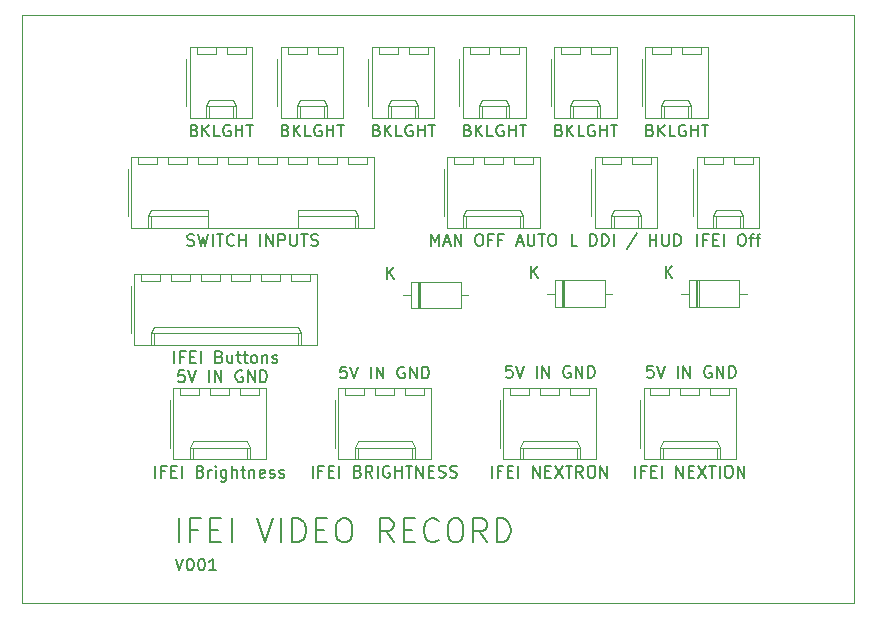
<source format=gbr>
G04 #@! TF.GenerationSoftware,KiCad,Pcbnew,(5.1.5-0-10_14)*
G04 #@! TF.CreationDate,2021-10-24T14:08:41+10:00*
G04 #@! TF.ProjectId,Vid Record and IFEI,56696420-5265-4636-9f72-6420616e6420,rev?*
G04 #@! TF.SameCoordinates,Original*
G04 #@! TF.FileFunction,Legend,Top*
G04 #@! TF.FilePolarity,Positive*
%FSLAX46Y46*%
G04 Gerber Fmt 4.6, Leading zero omitted, Abs format (unit mm)*
G04 Created by KiCad (PCBNEW (5.1.5-0-10_14)) date 2021-10-24 14:08:41*
%MOMM*%
%LPD*%
G04 APERTURE LIST*
%ADD10C,0.150000*%
%ADD11C,0.120000*%
G04 APERTURE END LIST*
D10*
X156337404Y-100988880D02*
X155861214Y-100988880D01*
X155813595Y-101465071D01*
X155861214Y-101417452D01*
X155956452Y-101369833D01*
X156194547Y-101369833D01*
X156289785Y-101417452D01*
X156337404Y-101465071D01*
X156385023Y-101560309D01*
X156385023Y-101798404D01*
X156337404Y-101893642D01*
X156289785Y-101941261D01*
X156194547Y-101988880D01*
X155956452Y-101988880D01*
X155861214Y-101941261D01*
X155813595Y-101893642D01*
X156670738Y-100988880D02*
X157004071Y-101988880D01*
X157337404Y-100988880D01*
X158432642Y-101988880D02*
X158432642Y-100988880D01*
X158908833Y-101988880D02*
X158908833Y-100988880D01*
X159480261Y-101988880D01*
X159480261Y-100988880D01*
X161242166Y-101036500D02*
X161146928Y-100988880D01*
X161004071Y-100988880D01*
X160861214Y-101036500D01*
X160765976Y-101131738D01*
X160718357Y-101226976D01*
X160670738Y-101417452D01*
X160670738Y-101560309D01*
X160718357Y-101750785D01*
X160765976Y-101846023D01*
X160861214Y-101941261D01*
X161004071Y-101988880D01*
X161099309Y-101988880D01*
X161242166Y-101941261D01*
X161289785Y-101893642D01*
X161289785Y-101560309D01*
X161099309Y-101560309D01*
X161718357Y-101988880D02*
X161718357Y-100988880D01*
X162289785Y-101988880D01*
X162289785Y-100988880D01*
X162765976Y-101988880D02*
X162765976Y-100988880D01*
X163004071Y-100988880D01*
X163146928Y-101036500D01*
X163242166Y-101131738D01*
X163289785Y-101226976D01*
X163337404Y-101417452D01*
X163337404Y-101560309D01*
X163289785Y-101750785D01*
X163242166Y-101846023D01*
X163146928Y-101941261D01*
X163004071Y-101988880D01*
X162765976Y-101988880D01*
X142621404Y-101306380D02*
X142145214Y-101306380D01*
X142097595Y-101782571D01*
X142145214Y-101734952D01*
X142240452Y-101687333D01*
X142478547Y-101687333D01*
X142573785Y-101734952D01*
X142621404Y-101782571D01*
X142669023Y-101877809D01*
X142669023Y-102115904D01*
X142621404Y-102211142D01*
X142573785Y-102258761D01*
X142478547Y-102306380D01*
X142240452Y-102306380D01*
X142145214Y-102258761D01*
X142097595Y-102211142D01*
X142954738Y-101306380D02*
X143288071Y-102306380D01*
X143621404Y-101306380D01*
X144716642Y-102306380D02*
X144716642Y-101306380D01*
X145192833Y-102306380D02*
X145192833Y-101306380D01*
X145764261Y-102306380D01*
X145764261Y-101306380D01*
X147526166Y-101354000D02*
X147430928Y-101306380D01*
X147288071Y-101306380D01*
X147145214Y-101354000D01*
X147049976Y-101449238D01*
X147002357Y-101544476D01*
X146954738Y-101734952D01*
X146954738Y-101877809D01*
X147002357Y-102068285D01*
X147049976Y-102163523D01*
X147145214Y-102258761D01*
X147288071Y-102306380D01*
X147383309Y-102306380D01*
X147526166Y-102258761D01*
X147573785Y-102211142D01*
X147573785Y-101877809D01*
X147383309Y-101877809D01*
X148002357Y-102306380D02*
X148002357Y-101306380D01*
X148573785Y-102306380D01*
X148573785Y-101306380D01*
X149049976Y-102306380D02*
X149049976Y-101306380D01*
X149288071Y-101306380D01*
X149430928Y-101354000D01*
X149526166Y-101449238D01*
X149573785Y-101544476D01*
X149621404Y-101734952D01*
X149621404Y-101877809D01*
X149573785Y-102068285D01*
X149526166Y-102163523D01*
X149430928Y-102258761D01*
X149288071Y-102306380D01*
X149049976Y-102306380D01*
X182308904Y-100925380D02*
X181832714Y-100925380D01*
X181785095Y-101401571D01*
X181832714Y-101353952D01*
X181927952Y-101306333D01*
X182166047Y-101306333D01*
X182261285Y-101353952D01*
X182308904Y-101401571D01*
X182356523Y-101496809D01*
X182356523Y-101734904D01*
X182308904Y-101830142D01*
X182261285Y-101877761D01*
X182166047Y-101925380D01*
X181927952Y-101925380D01*
X181832714Y-101877761D01*
X181785095Y-101830142D01*
X182642238Y-100925380D02*
X182975571Y-101925380D01*
X183308904Y-100925380D01*
X184404142Y-101925380D02*
X184404142Y-100925380D01*
X184880333Y-101925380D02*
X184880333Y-100925380D01*
X185451761Y-101925380D01*
X185451761Y-100925380D01*
X187213666Y-100973000D02*
X187118428Y-100925380D01*
X186975571Y-100925380D01*
X186832714Y-100973000D01*
X186737476Y-101068238D01*
X186689857Y-101163476D01*
X186642238Y-101353952D01*
X186642238Y-101496809D01*
X186689857Y-101687285D01*
X186737476Y-101782523D01*
X186832714Y-101877761D01*
X186975571Y-101925380D01*
X187070809Y-101925380D01*
X187213666Y-101877761D01*
X187261285Y-101830142D01*
X187261285Y-101496809D01*
X187070809Y-101496809D01*
X187689857Y-101925380D02*
X187689857Y-100925380D01*
X188261285Y-101925380D01*
X188261285Y-100925380D01*
X188737476Y-101925380D02*
X188737476Y-100925380D01*
X188975571Y-100925380D01*
X189118428Y-100973000D01*
X189213666Y-101068238D01*
X189261285Y-101163476D01*
X189308904Y-101353952D01*
X189308904Y-101496809D01*
X189261285Y-101687285D01*
X189213666Y-101782523D01*
X189118428Y-101877761D01*
X188975571Y-101925380D01*
X188737476Y-101925380D01*
X170370904Y-100925380D02*
X169894714Y-100925380D01*
X169847095Y-101401571D01*
X169894714Y-101353952D01*
X169989952Y-101306333D01*
X170228047Y-101306333D01*
X170323285Y-101353952D01*
X170370904Y-101401571D01*
X170418523Y-101496809D01*
X170418523Y-101734904D01*
X170370904Y-101830142D01*
X170323285Y-101877761D01*
X170228047Y-101925380D01*
X169989952Y-101925380D01*
X169894714Y-101877761D01*
X169847095Y-101830142D01*
X170704238Y-100925380D02*
X171037571Y-101925380D01*
X171370904Y-100925380D01*
X172466142Y-101925380D02*
X172466142Y-100925380D01*
X172942333Y-101925380D02*
X172942333Y-100925380D01*
X173513761Y-101925380D01*
X173513761Y-100925380D01*
X175275666Y-100973000D02*
X175180428Y-100925380D01*
X175037571Y-100925380D01*
X174894714Y-100973000D01*
X174799476Y-101068238D01*
X174751857Y-101163476D01*
X174704238Y-101353952D01*
X174704238Y-101496809D01*
X174751857Y-101687285D01*
X174799476Y-101782523D01*
X174894714Y-101877761D01*
X175037571Y-101925380D01*
X175132809Y-101925380D01*
X175275666Y-101877761D01*
X175323285Y-101830142D01*
X175323285Y-101496809D01*
X175132809Y-101496809D01*
X175751857Y-101925380D02*
X175751857Y-100925380D01*
X176323285Y-101925380D01*
X176323285Y-100925380D01*
X176799476Y-101925380D02*
X176799476Y-100925380D01*
X177037571Y-100925380D01*
X177180428Y-100973000D01*
X177275666Y-101068238D01*
X177323285Y-101163476D01*
X177370904Y-101353952D01*
X177370904Y-101496809D01*
X177323285Y-101687285D01*
X177275666Y-101782523D01*
X177180428Y-101877761D01*
X177037571Y-101925380D01*
X176799476Y-101925380D01*
X141875095Y-117244880D02*
X142208428Y-118244880D01*
X142541761Y-117244880D01*
X143065571Y-117244880D02*
X143160809Y-117244880D01*
X143256047Y-117292500D01*
X143303666Y-117340119D01*
X143351285Y-117435357D01*
X143398904Y-117625833D01*
X143398904Y-117863928D01*
X143351285Y-118054404D01*
X143303666Y-118149642D01*
X143256047Y-118197261D01*
X143160809Y-118244880D01*
X143065571Y-118244880D01*
X142970333Y-118197261D01*
X142922714Y-118149642D01*
X142875095Y-118054404D01*
X142827476Y-117863928D01*
X142827476Y-117625833D01*
X142875095Y-117435357D01*
X142922714Y-117340119D01*
X142970333Y-117292500D01*
X143065571Y-117244880D01*
X144017952Y-117244880D02*
X144113190Y-117244880D01*
X144208428Y-117292500D01*
X144256047Y-117340119D01*
X144303666Y-117435357D01*
X144351285Y-117625833D01*
X144351285Y-117863928D01*
X144303666Y-118054404D01*
X144256047Y-118149642D01*
X144208428Y-118197261D01*
X144113190Y-118244880D01*
X144017952Y-118244880D01*
X143922714Y-118197261D01*
X143875095Y-118149642D01*
X143827476Y-118054404D01*
X143779857Y-117863928D01*
X143779857Y-117625833D01*
X143827476Y-117435357D01*
X143875095Y-117340119D01*
X143922714Y-117292500D01*
X144017952Y-117244880D01*
X145303666Y-118244880D02*
X144732238Y-118244880D01*
X145017952Y-118244880D02*
X145017952Y-117244880D01*
X144922714Y-117387738D01*
X144827476Y-117482976D01*
X144732238Y-117530595D01*
X142146500Y-115839761D02*
X142146500Y-113839761D01*
X143765547Y-114792142D02*
X143098880Y-114792142D01*
X143098880Y-115839761D02*
X143098880Y-113839761D01*
X144051261Y-113839761D01*
X144813166Y-114792142D02*
X145479833Y-114792142D01*
X145765547Y-115839761D02*
X144813166Y-115839761D01*
X144813166Y-113839761D01*
X145765547Y-113839761D01*
X146622690Y-115839761D02*
X146622690Y-113839761D01*
X148813166Y-113839761D02*
X149479833Y-115839761D01*
X150146500Y-113839761D01*
X150813166Y-115839761D02*
X150813166Y-113839761D01*
X151765547Y-115839761D02*
X151765547Y-113839761D01*
X152241738Y-113839761D01*
X152527452Y-113935000D01*
X152717928Y-114125476D01*
X152813166Y-114315952D01*
X152908404Y-114696904D01*
X152908404Y-114982619D01*
X152813166Y-115363571D01*
X152717928Y-115554047D01*
X152527452Y-115744523D01*
X152241738Y-115839761D01*
X151765547Y-115839761D01*
X153765547Y-114792142D02*
X154432214Y-114792142D01*
X154717928Y-115839761D02*
X153765547Y-115839761D01*
X153765547Y-113839761D01*
X154717928Y-113839761D01*
X155956023Y-113839761D02*
X156336976Y-113839761D01*
X156527452Y-113935000D01*
X156717928Y-114125476D01*
X156813166Y-114506428D01*
X156813166Y-115173095D01*
X156717928Y-115554047D01*
X156527452Y-115744523D01*
X156336976Y-115839761D01*
X155956023Y-115839761D01*
X155765547Y-115744523D01*
X155575071Y-115554047D01*
X155479833Y-115173095D01*
X155479833Y-114506428D01*
X155575071Y-114125476D01*
X155765547Y-113935000D01*
X155956023Y-113839761D01*
X160336976Y-115839761D02*
X159670309Y-114887380D01*
X159194119Y-115839761D02*
X159194119Y-113839761D01*
X159956023Y-113839761D01*
X160146500Y-113935000D01*
X160241738Y-114030238D01*
X160336976Y-114220714D01*
X160336976Y-114506428D01*
X160241738Y-114696904D01*
X160146500Y-114792142D01*
X159956023Y-114887380D01*
X159194119Y-114887380D01*
X161194119Y-114792142D02*
X161860785Y-114792142D01*
X162146500Y-115839761D02*
X161194119Y-115839761D01*
X161194119Y-113839761D01*
X162146500Y-113839761D01*
X164146500Y-115649285D02*
X164051261Y-115744523D01*
X163765547Y-115839761D01*
X163575071Y-115839761D01*
X163289357Y-115744523D01*
X163098880Y-115554047D01*
X163003642Y-115363571D01*
X162908404Y-114982619D01*
X162908404Y-114696904D01*
X163003642Y-114315952D01*
X163098880Y-114125476D01*
X163289357Y-113935000D01*
X163575071Y-113839761D01*
X163765547Y-113839761D01*
X164051261Y-113935000D01*
X164146500Y-114030238D01*
X165384595Y-113839761D02*
X165765547Y-113839761D01*
X165956023Y-113935000D01*
X166146500Y-114125476D01*
X166241738Y-114506428D01*
X166241738Y-115173095D01*
X166146500Y-115554047D01*
X165956023Y-115744523D01*
X165765547Y-115839761D01*
X165384595Y-115839761D01*
X165194119Y-115744523D01*
X165003642Y-115554047D01*
X164908404Y-115173095D01*
X164908404Y-114506428D01*
X165003642Y-114125476D01*
X165194119Y-113935000D01*
X165384595Y-113839761D01*
X168241738Y-115839761D02*
X167575071Y-114887380D01*
X167098880Y-115839761D02*
X167098880Y-113839761D01*
X167860785Y-113839761D01*
X168051261Y-113935000D01*
X168146500Y-114030238D01*
X168241738Y-114220714D01*
X168241738Y-114506428D01*
X168146500Y-114696904D01*
X168051261Y-114792142D01*
X167860785Y-114887380D01*
X167098880Y-114887380D01*
X169098880Y-115839761D02*
X169098880Y-113839761D01*
X169575071Y-113839761D01*
X169860785Y-113935000D01*
X170051261Y-114125476D01*
X170146500Y-114315952D01*
X170241738Y-114696904D01*
X170241738Y-114982619D01*
X170146500Y-115363571D01*
X170051261Y-115554047D01*
X169860785Y-115744523D01*
X169575071Y-115839761D01*
X169098880Y-115839761D01*
D11*
X199326500Y-71247000D02*
X199326500Y-120967500D01*
X128841500Y-120967500D02*
X199326500Y-120967500D01*
X128841500Y-71247000D02*
X128841500Y-120967500D01*
X199326500Y-71247000D02*
X128841500Y-71247000D01*
X172123000Y-83803000D02*
X172123000Y-83203000D01*
X170523000Y-83803000D02*
X172123000Y-83803000D01*
X170523000Y-83203000D02*
X170523000Y-83803000D01*
X169583000Y-83803000D02*
X169583000Y-83203000D01*
X167983000Y-83803000D02*
X169583000Y-83803000D01*
X167983000Y-83203000D02*
X167983000Y-83803000D01*
X167043000Y-83803000D02*
X167043000Y-83203000D01*
X165443000Y-83803000D02*
X167043000Y-83803000D01*
X165443000Y-83203000D02*
X165443000Y-83803000D01*
X171073000Y-89223000D02*
X171073000Y-88223000D01*
X166493000Y-89223000D02*
X166493000Y-88223000D01*
X171073000Y-87693000D02*
X171323000Y-88223000D01*
X166493000Y-87693000D02*
X171073000Y-87693000D01*
X166243000Y-88223000D02*
X166493000Y-87693000D01*
X171323000Y-88223000D02*
X171323000Y-89223000D01*
X166243000Y-88223000D02*
X171323000Y-88223000D01*
X166243000Y-89223000D02*
X166243000Y-88223000D01*
X164573000Y-84233000D02*
X164573000Y-88233000D01*
X172703000Y-83203000D02*
X164863000Y-83203000D01*
X172703000Y-89223000D02*
X172703000Y-83203000D01*
X164863000Y-89223000D02*
X172703000Y-89223000D01*
X164863000Y-83203000D02*
X164863000Y-89223000D01*
X182092000Y-83803000D02*
X182092000Y-83203000D01*
X180492000Y-83803000D02*
X182092000Y-83803000D01*
X180492000Y-83203000D02*
X180492000Y-83803000D01*
X179552000Y-83803000D02*
X179552000Y-83203000D01*
X177952000Y-83803000D02*
X179552000Y-83803000D01*
X177952000Y-83203000D02*
X177952000Y-83803000D01*
X181042000Y-89223000D02*
X181042000Y-88223000D01*
X179002000Y-89223000D02*
X179002000Y-88223000D01*
X181042000Y-87693000D02*
X181292000Y-88223000D01*
X179002000Y-87693000D02*
X181042000Y-87693000D01*
X178752000Y-88223000D02*
X179002000Y-87693000D01*
X181292000Y-88223000D02*
X181292000Y-89223000D01*
X178752000Y-88223000D02*
X181292000Y-88223000D01*
X178752000Y-89223000D02*
X178752000Y-88223000D01*
X177082000Y-84233000D02*
X177082000Y-88233000D01*
X182672000Y-83203000D02*
X177372000Y-83203000D01*
X182672000Y-89223000D02*
X182672000Y-83203000D01*
X177372000Y-89223000D02*
X182672000Y-89223000D01*
X177372000Y-83203000D02*
X177372000Y-89223000D01*
X190728000Y-83803000D02*
X190728000Y-83203000D01*
X189128000Y-83803000D02*
X190728000Y-83803000D01*
X189128000Y-83203000D02*
X189128000Y-83803000D01*
X188188000Y-83803000D02*
X188188000Y-83203000D01*
X186588000Y-83803000D02*
X188188000Y-83803000D01*
X186588000Y-83203000D02*
X186588000Y-83803000D01*
X189678000Y-89223000D02*
X189678000Y-88223000D01*
X187638000Y-89223000D02*
X187638000Y-88223000D01*
X189678000Y-87693000D02*
X189928000Y-88223000D01*
X187638000Y-87693000D02*
X189678000Y-87693000D01*
X187388000Y-88223000D02*
X187638000Y-87693000D01*
X189928000Y-88223000D02*
X189928000Y-89223000D01*
X187388000Y-88223000D02*
X189928000Y-88223000D01*
X187388000Y-89223000D02*
X187388000Y-88223000D01*
X185718000Y-84233000D02*
X185718000Y-88233000D01*
X191308000Y-83203000D02*
X186008000Y-83203000D01*
X191308000Y-89223000D02*
X191308000Y-83203000D01*
X186008000Y-89223000D02*
X191308000Y-89223000D01*
X186008000Y-83203000D02*
X186008000Y-89223000D01*
X148946000Y-103424000D02*
X148946000Y-102824000D01*
X147346000Y-103424000D02*
X148946000Y-103424000D01*
X147346000Y-102824000D02*
X147346000Y-103424000D01*
X146406000Y-103424000D02*
X146406000Y-102824000D01*
X144806000Y-103424000D02*
X146406000Y-103424000D01*
X144806000Y-102824000D02*
X144806000Y-103424000D01*
X143866000Y-103424000D02*
X143866000Y-102824000D01*
X142266000Y-103424000D02*
X143866000Y-103424000D01*
X142266000Y-102824000D02*
X142266000Y-103424000D01*
X147896000Y-108844000D02*
X147896000Y-107844000D01*
X143316000Y-108844000D02*
X143316000Y-107844000D01*
X147896000Y-107314000D02*
X148146000Y-107844000D01*
X143316000Y-107314000D02*
X147896000Y-107314000D01*
X143066000Y-107844000D02*
X143316000Y-107314000D01*
X148146000Y-107844000D02*
X148146000Y-108844000D01*
X143066000Y-107844000D02*
X148146000Y-107844000D01*
X143066000Y-108844000D02*
X143066000Y-107844000D01*
X141396000Y-103854000D02*
X141396000Y-107854000D01*
X149526000Y-102824000D02*
X141686000Y-102824000D01*
X149526000Y-108844000D02*
X149526000Y-102824000D01*
X141686000Y-108844000D02*
X149526000Y-108844000D01*
X141686000Y-102824000D02*
X141686000Y-108844000D01*
X176886000Y-103424000D02*
X176886000Y-102824000D01*
X175286000Y-103424000D02*
X176886000Y-103424000D01*
X175286000Y-102824000D02*
X175286000Y-103424000D01*
X174346000Y-103424000D02*
X174346000Y-102824000D01*
X172746000Y-103424000D02*
X174346000Y-103424000D01*
X172746000Y-102824000D02*
X172746000Y-103424000D01*
X171806000Y-103424000D02*
X171806000Y-102824000D01*
X170206000Y-103424000D02*
X171806000Y-103424000D01*
X170206000Y-102824000D02*
X170206000Y-103424000D01*
X175836000Y-108844000D02*
X175836000Y-107844000D01*
X171256000Y-108844000D02*
X171256000Y-107844000D01*
X175836000Y-107314000D02*
X176086000Y-107844000D01*
X171256000Y-107314000D02*
X175836000Y-107314000D01*
X171006000Y-107844000D02*
X171256000Y-107314000D01*
X176086000Y-107844000D02*
X176086000Y-108844000D01*
X171006000Y-107844000D02*
X176086000Y-107844000D01*
X171006000Y-108844000D02*
X171006000Y-107844000D01*
X169336000Y-103854000D02*
X169336000Y-107854000D01*
X177466000Y-102824000D02*
X169626000Y-102824000D01*
X177466000Y-108844000D02*
X177466000Y-102824000D01*
X169626000Y-108844000D02*
X177466000Y-108844000D01*
X169626000Y-102824000D02*
X169626000Y-108844000D01*
X186347000Y-74532000D02*
X186347000Y-73932000D01*
X184747000Y-74532000D02*
X186347000Y-74532000D01*
X184747000Y-73932000D02*
X184747000Y-74532000D01*
X183807000Y-74532000D02*
X183807000Y-73932000D01*
X182207000Y-74532000D02*
X183807000Y-74532000D01*
X182207000Y-73932000D02*
X182207000Y-74532000D01*
X185297000Y-79952000D02*
X185297000Y-78952000D01*
X183257000Y-79952000D02*
X183257000Y-78952000D01*
X185297000Y-78422000D02*
X185547000Y-78952000D01*
X183257000Y-78422000D02*
X185297000Y-78422000D01*
X183007000Y-78952000D02*
X183257000Y-78422000D01*
X185547000Y-78952000D02*
X185547000Y-79952000D01*
X183007000Y-78952000D02*
X185547000Y-78952000D01*
X183007000Y-79952000D02*
X183007000Y-78952000D01*
X181337000Y-74962000D02*
X181337000Y-78962000D01*
X186927000Y-73932000D02*
X181627000Y-73932000D01*
X186927000Y-79952000D02*
X186927000Y-73932000D01*
X181627000Y-79952000D02*
X186927000Y-79952000D01*
X181627000Y-73932000D02*
X181627000Y-79952000D01*
X178638000Y-74532000D02*
X178638000Y-73932000D01*
X177038000Y-74532000D02*
X178638000Y-74532000D01*
X177038000Y-73932000D02*
X177038000Y-74532000D01*
X176098000Y-74532000D02*
X176098000Y-73932000D01*
X174498000Y-74532000D02*
X176098000Y-74532000D01*
X174498000Y-73932000D02*
X174498000Y-74532000D01*
X177588000Y-79952000D02*
X177588000Y-78952000D01*
X175548000Y-79952000D02*
X175548000Y-78952000D01*
X177588000Y-78422000D02*
X177838000Y-78952000D01*
X175548000Y-78422000D02*
X177588000Y-78422000D01*
X175298000Y-78952000D02*
X175548000Y-78422000D01*
X177838000Y-78952000D02*
X177838000Y-79952000D01*
X175298000Y-78952000D02*
X177838000Y-78952000D01*
X175298000Y-79952000D02*
X175298000Y-78952000D01*
X173628000Y-74962000D02*
X173628000Y-78962000D01*
X179218000Y-73932000D02*
X173918000Y-73932000D01*
X179218000Y-79952000D02*
X179218000Y-73932000D01*
X173918000Y-79952000D02*
X179218000Y-79952000D01*
X173918000Y-73932000D02*
X173918000Y-79952000D01*
X163220000Y-74532000D02*
X163220000Y-73932000D01*
X161620000Y-74532000D02*
X163220000Y-74532000D01*
X161620000Y-73932000D02*
X161620000Y-74532000D01*
X160680000Y-74532000D02*
X160680000Y-73932000D01*
X159080000Y-74532000D02*
X160680000Y-74532000D01*
X159080000Y-73932000D02*
X159080000Y-74532000D01*
X162170000Y-79952000D02*
X162170000Y-78952000D01*
X160130000Y-79952000D02*
X160130000Y-78952000D01*
X162170000Y-78422000D02*
X162420000Y-78952000D01*
X160130000Y-78422000D02*
X162170000Y-78422000D01*
X159880000Y-78952000D02*
X160130000Y-78422000D01*
X162420000Y-78952000D02*
X162420000Y-79952000D01*
X159880000Y-78952000D02*
X162420000Y-78952000D01*
X159880000Y-79952000D02*
X159880000Y-78952000D01*
X158210000Y-74962000D02*
X158210000Y-78962000D01*
X163800000Y-73932000D02*
X158500000Y-73932000D01*
X163800000Y-79952000D02*
X163800000Y-73932000D01*
X158500000Y-79952000D02*
X163800000Y-79952000D01*
X158500000Y-73932000D02*
X158500000Y-79952000D01*
X170929000Y-74532000D02*
X170929000Y-73932000D01*
X169329000Y-74532000D02*
X170929000Y-74532000D01*
X169329000Y-73932000D02*
X169329000Y-74532000D01*
X168389000Y-74532000D02*
X168389000Y-73932000D01*
X166789000Y-74532000D02*
X168389000Y-74532000D01*
X166789000Y-73932000D02*
X166789000Y-74532000D01*
X169879000Y-79952000D02*
X169879000Y-78952000D01*
X167839000Y-79952000D02*
X167839000Y-78952000D01*
X169879000Y-78422000D02*
X170129000Y-78952000D01*
X167839000Y-78422000D02*
X169879000Y-78422000D01*
X167589000Y-78952000D02*
X167839000Y-78422000D01*
X170129000Y-78952000D02*
X170129000Y-79952000D01*
X167589000Y-78952000D02*
X170129000Y-78952000D01*
X167589000Y-79952000D02*
X167589000Y-78952000D01*
X165919000Y-74962000D02*
X165919000Y-78962000D01*
X171509000Y-73932000D02*
X166209000Y-73932000D01*
X171509000Y-79952000D02*
X171509000Y-73932000D01*
X166209000Y-79952000D02*
X171509000Y-79952000D01*
X166209000Y-73932000D02*
X166209000Y-79952000D01*
X147802000Y-74532000D02*
X147802000Y-73932000D01*
X146202000Y-74532000D02*
X147802000Y-74532000D01*
X146202000Y-73932000D02*
X146202000Y-74532000D01*
X145262000Y-74532000D02*
X145262000Y-73932000D01*
X143662000Y-74532000D02*
X145262000Y-74532000D01*
X143662000Y-73932000D02*
X143662000Y-74532000D01*
X146752000Y-79952000D02*
X146752000Y-78952000D01*
X144712000Y-79952000D02*
X144712000Y-78952000D01*
X146752000Y-78422000D02*
X147002000Y-78952000D01*
X144712000Y-78422000D02*
X146752000Y-78422000D01*
X144462000Y-78952000D02*
X144712000Y-78422000D01*
X147002000Y-78952000D02*
X147002000Y-79952000D01*
X144462000Y-78952000D02*
X147002000Y-78952000D01*
X144462000Y-79952000D02*
X144462000Y-78952000D01*
X142792000Y-74962000D02*
X142792000Y-78962000D01*
X148382000Y-73932000D02*
X143082000Y-73932000D01*
X148382000Y-79952000D02*
X148382000Y-73932000D01*
X143082000Y-79952000D02*
X148382000Y-79952000D01*
X143082000Y-73932000D02*
X143082000Y-79952000D01*
X155511000Y-74532000D02*
X155511000Y-73932000D01*
X153911000Y-74532000D02*
X155511000Y-74532000D01*
X153911000Y-73932000D02*
X153911000Y-74532000D01*
X152971000Y-74532000D02*
X152971000Y-73932000D01*
X151371000Y-74532000D02*
X152971000Y-74532000D01*
X151371000Y-73932000D02*
X151371000Y-74532000D01*
X154461000Y-79952000D02*
X154461000Y-78952000D01*
X152421000Y-79952000D02*
X152421000Y-78952000D01*
X154461000Y-78422000D02*
X154711000Y-78952000D01*
X152421000Y-78422000D02*
X154461000Y-78422000D01*
X152171000Y-78952000D02*
X152421000Y-78422000D01*
X154711000Y-78952000D02*
X154711000Y-79952000D01*
X152171000Y-78952000D02*
X154711000Y-78952000D01*
X152171000Y-79952000D02*
X152171000Y-78952000D01*
X150501000Y-74962000D02*
X150501000Y-78962000D01*
X156091000Y-73932000D02*
X150791000Y-73932000D01*
X156091000Y-79952000D02*
X156091000Y-73932000D01*
X150791000Y-79952000D02*
X156091000Y-79952000D01*
X150791000Y-73932000D02*
X150791000Y-79952000D01*
X158090000Y-83803000D02*
X158090000Y-83203000D01*
X156490000Y-83803000D02*
X158090000Y-83803000D01*
X156490000Y-83203000D02*
X156490000Y-83803000D01*
X155550000Y-83803000D02*
X155550000Y-83203000D01*
X153950000Y-83803000D02*
X155550000Y-83803000D01*
X153950000Y-83203000D02*
X153950000Y-83803000D01*
X153010000Y-83803000D02*
X153010000Y-83203000D01*
X151410000Y-83803000D02*
X153010000Y-83803000D01*
X151410000Y-83203000D02*
X151410000Y-83803000D01*
X150470000Y-83803000D02*
X150470000Y-83203000D01*
X148870000Y-83803000D02*
X150470000Y-83803000D01*
X148870000Y-83203000D02*
X148870000Y-83803000D01*
X147930000Y-83803000D02*
X147930000Y-83203000D01*
X146330000Y-83803000D02*
X147930000Y-83803000D01*
X146330000Y-83203000D02*
X146330000Y-83803000D01*
X145390000Y-83803000D02*
X145390000Y-83203000D01*
X143790000Y-83803000D02*
X145390000Y-83803000D01*
X143790000Y-83203000D02*
X143790000Y-83803000D01*
X142850000Y-83803000D02*
X142850000Y-83203000D01*
X141250000Y-83803000D02*
X142850000Y-83803000D01*
X141250000Y-83203000D02*
X141250000Y-83803000D01*
X140310000Y-83803000D02*
X140310000Y-83203000D01*
X138710000Y-83803000D02*
X140310000Y-83803000D01*
X138710000Y-83203000D02*
X138710000Y-83803000D01*
X157040000Y-89223000D02*
X157040000Y-88223000D01*
X152210000Y-87693000D02*
X152210000Y-88223000D01*
X157040000Y-87693000D02*
X152210000Y-87693000D01*
X157290000Y-88223000D02*
X157040000Y-87693000D01*
X152210000Y-88223000D02*
X152210000Y-89223000D01*
X157290000Y-88223000D02*
X152210000Y-88223000D01*
X157290000Y-89223000D02*
X157290000Y-88223000D01*
X139760000Y-89223000D02*
X139760000Y-88223000D01*
X144590000Y-87693000D02*
X144590000Y-88223000D01*
X139760000Y-87693000D02*
X144590000Y-87693000D01*
X139510000Y-88223000D02*
X139760000Y-87693000D01*
X144590000Y-88223000D02*
X144590000Y-89223000D01*
X139510000Y-88223000D02*
X144590000Y-88223000D01*
X139510000Y-89223000D02*
X139510000Y-88223000D01*
X137840000Y-84233000D02*
X137840000Y-88233000D01*
X158670000Y-83203000D02*
X138130000Y-83203000D01*
X158670000Y-89223000D02*
X158670000Y-83203000D01*
X138130000Y-89223000D02*
X158670000Y-89223000D01*
X138130000Y-83203000D02*
X138130000Y-89223000D01*
X153264000Y-93709000D02*
X153264000Y-93109000D01*
X151664000Y-93709000D02*
X153264000Y-93709000D01*
X151664000Y-93109000D02*
X151664000Y-93709000D01*
X150724000Y-93709000D02*
X150724000Y-93109000D01*
X149124000Y-93709000D02*
X150724000Y-93709000D01*
X149124000Y-93109000D02*
X149124000Y-93709000D01*
X148184000Y-93709000D02*
X148184000Y-93109000D01*
X146584000Y-93709000D02*
X148184000Y-93709000D01*
X146584000Y-93109000D02*
X146584000Y-93709000D01*
X145644000Y-93709000D02*
X145644000Y-93109000D01*
X144044000Y-93709000D02*
X145644000Y-93709000D01*
X144044000Y-93109000D02*
X144044000Y-93709000D01*
X143104000Y-93709000D02*
X143104000Y-93109000D01*
X141504000Y-93709000D02*
X143104000Y-93709000D01*
X141504000Y-93109000D02*
X141504000Y-93709000D01*
X140564000Y-93709000D02*
X140564000Y-93109000D01*
X138964000Y-93709000D02*
X140564000Y-93709000D01*
X138964000Y-93109000D02*
X138964000Y-93709000D01*
X152214000Y-99129000D02*
X152214000Y-98129000D01*
X140014000Y-99129000D02*
X140014000Y-98129000D01*
X152214000Y-97599000D02*
X152464000Y-98129000D01*
X140014000Y-97599000D02*
X152214000Y-97599000D01*
X139764000Y-98129000D02*
X140014000Y-97599000D01*
X152464000Y-98129000D02*
X152464000Y-99129000D01*
X139764000Y-98129000D02*
X152464000Y-98129000D01*
X139764000Y-99129000D02*
X139764000Y-98129000D01*
X138094000Y-94139000D02*
X138094000Y-98139000D01*
X153844000Y-93109000D02*
X138384000Y-93109000D01*
X153844000Y-99129000D02*
X153844000Y-93109000D01*
X138384000Y-99129000D02*
X153844000Y-99129000D01*
X138384000Y-93109000D02*
X138384000Y-99129000D01*
X162916000Y-103424000D02*
X162916000Y-102824000D01*
X161316000Y-103424000D02*
X162916000Y-103424000D01*
X161316000Y-102824000D02*
X161316000Y-103424000D01*
X160376000Y-103424000D02*
X160376000Y-102824000D01*
X158776000Y-103424000D02*
X160376000Y-103424000D01*
X158776000Y-102824000D02*
X158776000Y-103424000D01*
X157836000Y-103424000D02*
X157836000Y-102824000D01*
X156236000Y-103424000D02*
X157836000Y-103424000D01*
X156236000Y-102824000D02*
X156236000Y-103424000D01*
X161866000Y-108844000D02*
X161866000Y-107844000D01*
X157286000Y-108844000D02*
X157286000Y-107844000D01*
X161866000Y-107314000D02*
X162116000Y-107844000D01*
X157286000Y-107314000D02*
X161866000Y-107314000D01*
X157036000Y-107844000D02*
X157286000Y-107314000D01*
X162116000Y-107844000D02*
X162116000Y-108844000D01*
X157036000Y-107844000D02*
X162116000Y-107844000D01*
X157036000Y-108844000D02*
X157036000Y-107844000D01*
X155366000Y-103854000D02*
X155366000Y-107854000D01*
X163496000Y-102824000D02*
X155656000Y-102824000D01*
X163496000Y-108844000D02*
X163496000Y-102824000D01*
X155656000Y-108844000D02*
X163496000Y-108844000D01*
X155656000Y-102824000D02*
X155656000Y-108844000D01*
X188760000Y-103424000D02*
X188760000Y-102824000D01*
X187160000Y-103424000D02*
X188760000Y-103424000D01*
X187160000Y-102824000D02*
X187160000Y-103424000D01*
X186220000Y-103424000D02*
X186220000Y-102824000D01*
X184620000Y-103424000D02*
X186220000Y-103424000D01*
X184620000Y-102824000D02*
X184620000Y-103424000D01*
X183680000Y-103424000D02*
X183680000Y-102824000D01*
X182080000Y-103424000D02*
X183680000Y-103424000D01*
X182080000Y-102824000D02*
X182080000Y-103424000D01*
X187710000Y-108844000D02*
X187710000Y-107844000D01*
X183130000Y-108844000D02*
X183130000Y-107844000D01*
X187710000Y-107314000D02*
X187960000Y-107844000D01*
X183130000Y-107314000D02*
X187710000Y-107314000D01*
X182880000Y-107844000D02*
X183130000Y-107314000D01*
X187960000Y-107844000D02*
X187960000Y-108844000D01*
X182880000Y-107844000D02*
X187960000Y-107844000D01*
X182880000Y-108844000D02*
X182880000Y-107844000D01*
X181210000Y-103854000D02*
X181210000Y-107854000D01*
X189340000Y-102824000D02*
X181500000Y-102824000D01*
X189340000Y-108844000D02*
X189340000Y-102824000D01*
X181500000Y-108844000D02*
X189340000Y-108844000D01*
X181500000Y-102824000D02*
X181500000Y-108844000D01*
X162374000Y-93812500D02*
X162374000Y-96052500D01*
X162614000Y-93812500D02*
X162614000Y-96052500D01*
X162494000Y-93812500D02*
X162494000Y-96052500D01*
X166664000Y-94932500D02*
X166014000Y-94932500D01*
X161124000Y-94932500D02*
X161774000Y-94932500D01*
X166014000Y-93812500D02*
X161774000Y-93812500D01*
X166014000Y-96052500D02*
X166014000Y-93812500D01*
X161774000Y-96052500D02*
X166014000Y-96052500D01*
X161774000Y-93812500D02*
X161774000Y-96052500D01*
X174566000Y-93685500D02*
X174566000Y-95925500D01*
X174806000Y-93685500D02*
X174806000Y-95925500D01*
X174686000Y-93685500D02*
X174686000Y-95925500D01*
X178856000Y-94805500D02*
X178206000Y-94805500D01*
X173316000Y-94805500D02*
X173966000Y-94805500D01*
X178206000Y-93685500D02*
X173966000Y-93685500D01*
X178206000Y-95925500D02*
X178206000Y-93685500D01*
X173966000Y-95925500D02*
X178206000Y-95925500D01*
X173966000Y-93685500D02*
X173966000Y-95925500D01*
X185932000Y-93685500D02*
X185932000Y-95925500D01*
X186172000Y-93685500D02*
X186172000Y-95925500D01*
X186052000Y-93685500D02*
X186052000Y-95925500D01*
X190222000Y-94805500D02*
X189572000Y-94805500D01*
X184682000Y-94805500D02*
X185332000Y-94805500D01*
X189572000Y-93685500D02*
X185332000Y-93685500D01*
X189572000Y-95925500D02*
X189572000Y-93685500D01*
X185332000Y-95925500D02*
X189572000Y-95925500D01*
X185332000Y-93685500D02*
X185332000Y-95925500D01*
D10*
X163497285Y-90765380D02*
X163497285Y-89765380D01*
X163830619Y-90479666D01*
X164163952Y-89765380D01*
X164163952Y-90765380D01*
X164592523Y-90479666D02*
X165068714Y-90479666D01*
X164497285Y-90765380D02*
X164830619Y-89765380D01*
X165163952Y-90765380D01*
X165497285Y-90765380D02*
X165497285Y-89765380D01*
X166068714Y-90765380D01*
X166068714Y-89765380D01*
X167497285Y-89765380D02*
X167687761Y-89765380D01*
X167783000Y-89813000D01*
X167878238Y-89908238D01*
X167925857Y-90098714D01*
X167925857Y-90432047D01*
X167878238Y-90622523D01*
X167783000Y-90717761D01*
X167687761Y-90765380D01*
X167497285Y-90765380D01*
X167402047Y-90717761D01*
X167306809Y-90622523D01*
X167259190Y-90432047D01*
X167259190Y-90098714D01*
X167306809Y-89908238D01*
X167402047Y-89813000D01*
X167497285Y-89765380D01*
X168687761Y-90241571D02*
X168354428Y-90241571D01*
X168354428Y-90765380D02*
X168354428Y-89765380D01*
X168830619Y-89765380D01*
X169544904Y-90241571D02*
X169211571Y-90241571D01*
X169211571Y-90765380D02*
X169211571Y-89765380D01*
X169687761Y-89765380D01*
X170783000Y-90479666D02*
X171259190Y-90479666D01*
X170687761Y-90765380D02*
X171021095Y-89765380D01*
X171354428Y-90765380D01*
X171687761Y-89765380D02*
X171687761Y-90574904D01*
X171735380Y-90670142D01*
X171783000Y-90717761D01*
X171878238Y-90765380D01*
X172068714Y-90765380D01*
X172163952Y-90717761D01*
X172211571Y-90670142D01*
X172259190Y-90574904D01*
X172259190Y-89765380D01*
X172592523Y-89765380D02*
X173163952Y-89765380D01*
X172878238Y-90765380D02*
X172878238Y-89765380D01*
X173687761Y-89765380D02*
X173878238Y-89765380D01*
X173973476Y-89813000D01*
X174068714Y-89908238D01*
X174116333Y-90098714D01*
X174116333Y-90432047D01*
X174068714Y-90622523D01*
X173973476Y-90717761D01*
X173878238Y-90765380D01*
X173687761Y-90765380D01*
X173592523Y-90717761D01*
X173497285Y-90622523D01*
X173449666Y-90432047D01*
X173449666Y-90098714D01*
X173497285Y-89908238D01*
X173592523Y-89813000D01*
X173687761Y-89765380D01*
X175879142Y-90765380D02*
X175402952Y-90765380D01*
X175402952Y-89765380D01*
X176974380Y-90765380D02*
X176974380Y-89765380D01*
X177212476Y-89765380D01*
X177355333Y-89813000D01*
X177450571Y-89908238D01*
X177498190Y-90003476D01*
X177545809Y-90193952D01*
X177545809Y-90336809D01*
X177498190Y-90527285D01*
X177450571Y-90622523D01*
X177355333Y-90717761D01*
X177212476Y-90765380D01*
X176974380Y-90765380D01*
X177974380Y-90765380D02*
X177974380Y-89765380D01*
X178212476Y-89765380D01*
X178355333Y-89813000D01*
X178450571Y-89908238D01*
X178498190Y-90003476D01*
X178545809Y-90193952D01*
X178545809Y-90336809D01*
X178498190Y-90527285D01*
X178450571Y-90622523D01*
X178355333Y-90717761D01*
X178212476Y-90765380D01*
X177974380Y-90765380D01*
X178974380Y-90765380D02*
X178974380Y-89765380D01*
X180926761Y-89717761D02*
X180069619Y-91003476D01*
X182022000Y-90765380D02*
X182022000Y-89765380D01*
X182022000Y-90241571D02*
X182593428Y-90241571D01*
X182593428Y-90765380D02*
X182593428Y-89765380D01*
X183069619Y-89765380D02*
X183069619Y-90574904D01*
X183117238Y-90670142D01*
X183164857Y-90717761D01*
X183260095Y-90765380D01*
X183450571Y-90765380D01*
X183545809Y-90717761D01*
X183593428Y-90670142D01*
X183641047Y-90574904D01*
X183641047Y-89765380D01*
X184117238Y-90765380D02*
X184117238Y-89765380D01*
X184355333Y-89765380D01*
X184498190Y-89813000D01*
X184593428Y-89908238D01*
X184641047Y-90003476D01*
X184688666Y-90193952D01*
X184688666Y-90336809D01*
X184641047Y-90527285D01*
X184593428Y-90622523D01*
X184498190Y-90717761D01*
X184355333Y-90765380D01*
X184117238Y-90765380D01*
X186062761Y-90765380D02*
X186062761Y-89765380D01*
X186872285Y-90241571D02*
X186538952Y-90241571D01*
X186538952Y-90765380D02*
X186538952Y-89765380D01*
X187015142Y-89765380D01*
X187396095Y-90241571D02*
X187729428Y-90241571D01*
X187872285Y-90765380D02*
X187396095Y-90765380D01*
X187396095Y-89765380D01*
X187872285Y-89765380D01*
X188300857Y-90765380D02*
X188300857Y-89765380D01*
X189729428Y-89765380D02*
X189919904Y-89765380D01*
X190015142Y-89813000D01*
X190110380Y-89908238D01*
X190158000Y-90098714D01*
X190158000Y-90432047D01*
X190110380Y-90622523D01*
X190015142Y-90717761D01*
X189919904Y-90765380D01*
X189729428Y-90765380D01*
X189634190Y-90717761D01*
X189538952Y-90622523D01*
X189491333Y-90432047D01*
X189491333Y-90098714D01*
X189538952Y-89908238D01*
X189634190Y-89813000D01*
X189729428Y-89765380D01*
X190443714Y-90098714D02*
X190824666Y-90098714D01*
X190586571Y-90765380D02*
X190586571Y-89908238D01*
X190634190Y-89813000D01*
X190729428Y-89765380D01*
X190824666Y-89765380D01*
X191015142Y-90098714D02*
X191396095Y-90098714D01*
X191158000Y-90765380D02*
X191158000Y-89908238D01*
X191205619Y-89813000D01*
X191300857Y-89765380D01*
X191396095Y-89765380D01*
X140177428Y-110386380D02*
X140177428Y-109386380D01*
X140986952Y-109862571D02*
X140653619Y-109862571D01*
X140653619Y-110386380D02*
X140653619Y-109386380D01*
X141129809Y-109386380D01*
X141510761Y-109862571D02*
X141844095Y-109862571D01*
X141986952Y-110386380D02*
X141510761Y-110386380D01*
X141510761Y-109386380D01*
X141986952Y-109386380D01*
X142415523Y-110386380D02*
X142415523Y-109386380D01*
X143986952Y-109862571D02*
X144129809Y-109910190D01*
X144177428Y-109957809D01*
X144225047Y-110053047D01*
X144225047Y-110195904D01*
X144177428Y-110291142D01*
X144129809Y-110338761D01*
X144034571Y-110386380D01*
X143653619Y-110386380D01*
X143653619Y-109386380D01*
X143986952Y-109386380D01*
X144082190Y-109434000D01*
X144129809Y-109481619D01*
X144177428Y-109576857D01*
X144177428Y-109672095D01*
X144129809Y-109767333D01*
X144082190Y-109814952D01*
X143986952Y-109862571D01*
X143653619Y-109862571D01*
X144653619Y-110386380D02*
X144653619Y-109719714D01*
X144653619Y-109910190D02*
X144701238Y-109814952D01*
X144748857Y-109767333D01*
X144844095Y-109719714D01*
X144939333Y-109719714D01*
X145272666Y-110386380D02*
X145272666Y-109719714D01*
X145272666Y-109386380D02*
X145225047Y-109434000D01*
X145272666Y-109481619D01*
X145320285Y-109434000D01*
X145272666Y-109386380D01*
X145272666Y-109481619D01*
X146177428Y-109719714D02*
X146177428Y-110529238D01*
X146129809Y-110624476D01*
X146082190Y-110672095D01*
X145986952Y-110719714D01*
X145844095Y-110719714D01*
X145748857Y-110672095D01*
X146177428Y-110338761D02*
X146082190Y-110386380D01*
X145891714Y-110386380D01*
X145796476Y-110338761D01*
X145748857Y-110291142D01*
X145701238Y-110195904D01*
X145701238Y-109910190D01*
X145748857Y-109814952D01*
X145796476Y-109767333D01*
X145891714Y-109719714D01*
X146082190Y-109719714D01*
X146177428Y-109767333D01*
X146653619Y-110386380D02*
X146653619Y-109386380D01*
X147082190Y-110386380D02*
X147082190Y-109862571D01*
X147034571Y-109767333D01*
X146939333Y-109719714D01*
X146796476Y-109719714D01*
X146701238Y-109767333D01*
X146653619Y-109814952D01*
X147415523Y-109719714D02*
X147796476Y-109719714D01*
X147558380Y-109386380D02*
X147558380Y-110243523D01*
X147606000Y-110338761D01*
X147701238Y-110386380D01*
X147796476Y-110386380D01*
X148129809Y-109719714D02*
X148129809Y-110386380D01*
X148129809Y-109814952D02*
X148177428Y-109767333D01*
X148272666Y-109719714D01*
X148415523Y-109719714D01*
X148510761Y-109767333D01*
X148558380Y-109862571D01*
X148558380Y-110386380D01*
X149415523Y-110338761D02*
X149320285Y-110386380D01*
X149129809Y-110386380D01*
X149034571Y-110338761D01*
X148986952Y-110243523D01*
X148986952Y-109862571D01*
X149034571Y-109767333D01*
X149129809Y-109719714D01*
X149320285Y-109719714D01*
X149415523Y-109767333D01*
X149463142Y-109862571D01*
X149463142Y-109957809D01*
X148986952Y-110053047D01*
X149844095Y-110338761D02*
X149939333Y-110386380D01*
X150129809Y-110386380D01*
X150225047Y-110338761D01*
X150272666Y-110243523D01*
X150272666Y-110195904D01*
X150225047Y-110100666D01*
X150129809Y-110053047D01*
X149986952Y-110053047D01*
X149891714Y-110005428D01*
X149844095Y-109910190D01*
X149844095Y-109862571D01*
X149891714Y-109767333D01*
X149986952Y-109719714D01*
X150129809Y-109719714D01*
X150225047Y-109767333D01*
X150653619Y-110338761D02*
X150748857Y-110386380D01*
X150939333Y-110386380D01*
X151034571Y-110338761D01*
X151082190Y-110243523D01*
X151082190Y-110195904D01*
X151034571Y-110100666D01*
X150939333Y-110053047D01*
X150796476Y-110053047D01*
X150701238Y-110005428D01*
X150653619Y-109910190D01*
X150653619Y-109862571D01*
X150701238Y-109767333D01*
X150796476Y-109719714D01*
X150939333Y-109719714D01*
X151034571Y-109767333D01*
X168665047Y-110386380D02*
X168665047Y-109386380D01*
X169474571Y-109862571D02*
X169141238Y-109862571D01*
X169141238Y-110386380D02*
X169141238Y-109386380D01*
X169617428Y-109386380D01*
X169998380Y-109862571D02*
X170331714Y-109862571D01*
X170474571Y-110386380D02*
X169998380Y-110386380D01*
X169998380Y-109386380D01*
X170474571Y-109386380D01*
X170903142Y-110386380D02*
X170903142Y-109386380D01*
X172141238Y-110386380D02*
X172141238Y-109386380D01*
X172712666Y-110386380D01*
X172712666Y-109386380D01*
X173188857Y-109862571D02*
X173522190Y-109862571D01*
X173665047Y-110386380D02*
X173188857Y-110386380D01*
X173188857Y-109386380D01*
X173665047Y-109386380D01*
X173998380Y-109386380D02*
X174665047Y-110386380D01*
X174665047Y-109386380D02*
X173998380Y-110386380D01*
X174903142Y-109386380D02*
X175474571Y-109386380D01*
X175188857Y-110386380D02*
X175188857Y-109386380D01*
X176379333Y-110386380D02*
X176046000Y-109910190D01*
X175807904Y-110386380D02*
X175807904Y-109386380D01*
X176188857Y-109386380D01*
X176284095Y-109434000D01*
X176331714Y-109481619D01*
X176379333Y-109576857D01*
X176379333Y-109719714D01*
X176331714Y-109814952D01*
X176284095Y-109862571D01*
X176188857Y-109910190D01*
X175807904Y-109910190D01*
X176998380Y-109386380D02*
X177188857Y-109386380D01*
X177284095Y-109434000D01*
X177379333Y-109529238D01*
X177426952Y-109719714D01*
X177426952Y-110053047D01*
X177379333Y-110243523D01*
X177284095Y-110338761D01*
X177188857Y-110386380D01*
X176998380Y-110386380D01*
X176903142Y-110338761D01*
X176807904Y-110243523D01*
X176760285Y-110053047D01*
X176760285Y-109719714D01*
X176807904Y-109529238D01*
X176903142Y-109434000D01*
X176998380Y-109386380D01*
X177855523Y-110386380D02*
X177855523Y-109386380D01*
X178426952Y-110386380D01*
X178426952Y-109386380D01*
X182038904Y-80970571D02*
X182181761Y-81018190D01*
X182229380Y-81065809D01*
X182277000Y-81161047D01*
X182277000Y-81303904D01*
X182229380Y-81399142D01*
X182181761Y-81446761D01*
X182086523Y-81494380D01*
X181705571Y-81494380D01*
X181705571Y-80494380D01*
X182038904Y-80494380D01*
X182134142Y-80542000D01*
X182181761Y-80589619D01*
X182229380Y-80684857D01*
X182229380Y-80780095D01*
X182181761Y-80875333D01*
X182134142Y-80922952D01*
X182038904Y-80970571D01*
X181705571Y-80970571D01*
X182705571Y-81494380D02*
X182705571Y-80494380D01*
X183277000Y-81494380D02*
X182848428Y-80922952D01*
X183277000Y-80494380D02*
X182705571Y-81065809D01*
X184181761Y-81494380D02*
X183705571Y-81494380D01*
X183705571Y-80494380D01*
X185038904Y-80542000D02*
X184943666Y-80494380D01*
X184800809Y-80494380D01*
X184657952Y-80542000D01*
X184562714Y-80637238D01*
X184515095Y-80732476D01*
X184467476Y-80922952D01*
X184467476Y-81065809D01*
X184515095Y-81256285D01*
X184562714Y-81351523D01*
X184657952Y-81446761D01*
X184800809Y-81494380D01*
X184896047Y-81494380D01*
X185038904Y-81446761D01*
X185086523Y-81399142D01*
X185086523Y-81065809D01*
X184896047Y-81065809D01*
X185515095Y-81494380D02*
X185515095Y-80494380D01*
X185515095Y-80970571D02*
X186086523Y-80970571D01*
X186086523Y-81494380D02*
X186086523Y-80494380D01*
X186419857Y-80494380D02*
X186991285Y-80494380D01*
X186705571Y-81494380D02*
X186705571Y-80494380D01*
X174329904Y-80970571D02*
X174472761Y-81018190D01*
X174520380Y-81065809D01*
X174568000Y-81161047D01*
X174568000Y-81303904D01*
X174520380Y-81399142D01*
X174472761Y-81446761D01*
X174377523Y-81494380D01*
X173996571Y-81494380D01*
X173996571Y-80494380D01*
X174329904Y-80494380D01*
X174425142Y-80542000D01*
X174472761Y-80589619D01*
X174520380Y-80684857D01*
X174520380Y-80780095D01*
X174472761Y-80875333D01*
X174425142Y-80922952D01*
X174329904Y-80970571D01*
X173996571Y-80970571D01*
X174996571Y-81494380D02*
X174996571Y-80494380D01*
X175568000Y-81494380D02*
X175139428Y-80922952D01*
X175568000Y-80494380D02*
X174996571Y-81065809D01*
X176472761Y-81494380D02*
X175996571Y-81494380D01*
X175996571Y-80494380D01*
X177329904Y-80542000D02*
X177234666Y-80494380D01*
X177091809Y-80494380D01*
X176948952Y-80542000D01*
X176853714Y-80637238D01*
X176806095Y-80732476D01*
X176758476Y-80922952D01*
X176758476Y-81065809D01*
X176806095Y-81256285D01*
X176853714Y-81351523D01*
X176948952Y-81446761D01*
X177091809Y-81494380D01*
X177187047Y-81494380D01*
X177329904Y-81446761D01*
X177377523Y-81399142D01*
X177377523Y-81065809D01*
X177187047Y-81065809D01*
X177806095Y-81494380D02*
X177806095Y-80494380D01*
X177806095Y-80970571D02*
X178377523Y-80970571D01*
X178377523Y-81494380D02*
X178377523Y-80494380D01*
X178710857Y-80494380D02*
X179282285Y-80494380D01*
X178996571Y-81494380D02*
X178996571Y-80494380D01*
X158911904Y-80970571D02*
X159054761Y-81018190D01*
X159102380Y-81065809D01*
X159150000Y-81161047D01*
X159150000Y-81303904D01*
X159102380Y-81399142D01*
X159054761Y-81446761D01*
X158959523Y-81494380D01*
X158578571Y-81494380D01*
X158578571Y-80494380D01*
X158911904Y-80494380D01*
X159007142Y-80542000D01*
X159054761Y-80589619D01*
X159102380Y-80684857D01*
X159102380Y-80780095D01*
X159054761Y-80875333D01*
X159007142Y-80922952D01*
X158911904Y-80970571D01*
X158578571Y-80970571D01*
X159578571Y-81494380D02*
X159578571Y-80494380D01*
X160150000Y-81494380D02*
X159721428Y-80922952D01*
X160150000Y-80494380D02*
X159578571Y-81065809D01*
X161054761Y-81494380D02*
X160578571Y-81494380D01*
X160578571Y-80494380D01*
X161911904Y-80542000D02*
X161816666Y-80494380D01*
X161673809Y-80494380D01*
X161530952Y-80542000D01*
X161435714Y-80637238D01*
X161388095Y-80732476D01*
X161340476Y-80922952D01*
X161340476Y-81065809D01*
X161388095Y-81256285D01*
X161435714Y-81351523D01*
X161530952Y-81446761D01*
X161673809Y-81494380D01*
X161769047Y-81494380D01*
X161911904Y-81446761D01*
X161959523Y-81399142D01*
X161959523Y-81065809D01*
X161769047Y-81065809D01*
X162388095Y-81494380D02*
X162388095Y-80494380D01*
X162388095Y-80970571D02*
X162959523Y-80970571D01*
X162959523Y-81494380D02*
X162959523Y-80494380D01*
X163292857Y-80494380D02*
X163864285Y-80494380D01*
X163578571Y-81494380D02*
X163578571Y-80494380D01*
X166620904Y-80970571D02*
X166763761Y-81018190D01*
X166811380Y-81065809D01*
X166859000Y-81161047D01*
X166859000Y-81303904D01*
X166811380Y-81399142D01*
X166763761Y-81446761D01*
X166668523Y-81494380D01*
X166287571Y-81494380D01*
X166287571Y-80494380D01*
X166620904Y-80494380D01*
X166716142Y-80542000D01*
X166763761Y-80589619D01*
X166811380Y-80684857D01*
X166811380Y-80780095D01*
X166763761Y-80875333D01*
X166716142Y-80922952D01*
X166620904Y-80970571D01*
X166287571Y-80970571D01*
X167287571Y-81494380D02*
X167287571Y-80494380D01*
X167859000Y-81494380D02*
X167430428Y-80922952D01*
X167859000Y-80494380D02*
X167287571Y-81065809D01*
X168763761Y-81494380D02*
X168287571Y-81494380D01*
X168287571Y-80494380D01*
X169620904Y-80542000D02*
X169525666Y-80494380D01*
X169382809Y-80494380D01*
X169239952Y-80542000D01*
X169144714Y-80637238D01*
X169097095Y-80732476D01*
X169049476Y-80922952D01*
X169049476Y-81065809D01*
X169097095Y-81256285D01*
X169144714Y-81351523D01*
X169239952Y-81446761D01*
X169382809Y-81494380D01*
X169478047Y-81494380D01*
X169620904Y-81446761D01*
X169668523Y-81399142D01*
X169668523Y-81065809D01*
X169478047Y-81065809D01*
X170097095Y-81494380D02*
X170097095Y-80494380D01*
X170097095Y-80970571D02*
X170668523Y-80970571D01*
X170668523Y-81494380D02*
X170668523Y-80494380D01*
X171001857Y-80494380D02*
X171573285Y-80494380D01*
X171287571Y-81494380D02*
X171287571Y-80494380D01*
X143493904Y-80970571D02*
X143636761Y-81018190D01*
X143684380Y-81065809D01*
X143732000Y-81161047D01*
X143732000Y-81303904D01*
X143684380Y-81399142D01*
X143636761Y-81446761D01*
X143541523Y-81494380D01*
X143160571Y-81494380D01*
X143160571Y-80494380D01*
X143493904Y-80494380D01*
X143589142Y-80542000D01*
X143636761Y-80589619D01*
X143684380Y-80684857D01*
X143684380Y-80780095D01*
X143636761Y-80875333D01*
X143589142Y-80922952D01*
X143493904Y-80970571D01*
X143160571Y-80970571D01*
X144160571Y-81494380D02*
X144160571Y-80494380D01*
X144732000Y-81494380D02*
X144303428Y-80922952D01*
X144732000Y-80494380D02*
X144160571Y-81065809D01*
X145636761Y-81494380D02*
X145160571Y-81494380D01*
X145160571Y-80494380D01*
X146493904Y-80542000D02*
X146398666Y-80494380D01*
X146255809Y-80494380D01*
X146112952Y-80542000D01*
X146017714Y-80637238D01*
X145970095Y-80732476D01*
X145922476Y-80922952D01*
X145922476Y-81065809D01*
X145970095Y-81256285D01*
X146017714Y-81351523D01*
X146112952Y-81446761D01*
X146255809Y-81494380D01*
X146351047Y-81494380D01*
X146493904Y-81446761D01*
X146541523Y-81399142D01*
X146541523Y-81065809D01*
X146351047Y-81065809D01*
X146970095Y-81494380D02*
X146970095Y-80494380D01*
X146970095Y-80970571D02*
X147541523Y-80970571D01*
X147541523Y-81494380D02*
X147541523Y-80494380D01*
X147874857Y-80494380D02*
X148446285Y-80494380D01*
X148160571Y-81494380D02*
X148160571Y-80494380D01*
X151202904Y-80970571D02*
X151345761Y-81018190D01*
X151393380Y-81065809D01*
X151441000Y-81161047D01*
X151441000Y-81303904D01*
X151393380Y-81399142D01*
X151345761Y-81446761D01*
X151250523Y-81494380D01*
X150869571Y-81494380D01*
X150869571Y-80494380D01*
X151202904Y-80494380D01*
X151298142Y-80542000D01*
X151345761Y-80589619D01*
X151393380Y-80684857D01*
X151393380Y-80780095D01*
X151345761Y-80875333D01*
X151298142Y-80922952D01*
X151202904Y-80970571D01*
X150869571Y-80970571D01*
X151869571Y-81494380D02*
X151869571Y-80494380D01*
X152441000Y-81494380D02*
X152012428Y-80922952D01*
X152441000Y-80494380D02*
X151869571Y-81065809D01*
X153345761Y-81494380D02*
X152869571Y-81494380D01*
X152869571Y-80494380D01*
X154202904Y-80542000D02*
X154107666Y-80494380D01*
X153964809Y-80494380D01*
X153821952Y-80542000D01*
X153726714Y-80637238D01*
X153679095Y-80732476D01*
X153631476Y-80922952D01*
X153631476Y-81065809D01*
X153679095Y-81256285D01*
X153726714Y-81351523D01*
X153821952Y-81446761D01*
X153964809Y-81494380D01*
X154060047Y-81494380D01*
X154202904Y-81446761D01*
X154250523Y-81399142D01*
X154250523Y-81065809D01*
X154060047Y-81065809D01*
X154679095Y-81494380D02*
X154679095Y-80494380D01*
X154679095Y-80970571D02*
X155250523Y-80970571D01*
X155250523Y-81494380D02*
X155250523Y-80494380D01*
X155583857Y-80494380D02*
X156155285Y-80494380D01*
X155869571Y-81494380D02*
X155869571Y-80494380D01*
X142876190Y-90717761D02*
X143019047Y-90765380D01*
X143257142Y-90765380D01*
X143352380Y-90717761D01*
X143400000Y-90670142D01*
X143447619Y-90574904D01*
X143447619Y-90479666D01*
X143400000Y-90384428D01*
X143352380Y-90336809D01*
X143257142Y-90289190D01*
X143066666Y-90241571D01*
X142971428Y-90193952D01*
X142923809Y-90146333D01*
X142876190Y-90051095D01*
X142876190Y-89955857D01*
X142923809Y-89860619D01*
X142971428Y-89813000D01*
X143066666Y-89765380D01*
X143304761Y-89765380D01*
X143447619Y-89813000D01*
X143780952Y-89765380D02*
X144019047Y-90765380D01*
X144209523Y-90051095D01*
X144400000Y-90765380D01*
X144638095Y-89765380D01*
X145019047Y-90765380D02*
X145019047Y-89765380D01*
X145352380Y-89765380D02*
X145923809Y-89765380D01*
X145638095Y-90765380D02*
X145638095Y-89765380D01*
X146828571Y-90670142D02*
X146780952Y-90717761D01*
X146638095Y-90765380D01*
X146542857Y-90765380D01*
X146400000Y-90717761D01*
X146304761Y-90622523D01*
X146257142Y-90527285D01*
X146209523Y-90336809D01*
X146209523Y-90193952D01*
X146257142Y-90003476D01*
X146304761Y-89908238D01*
X146400000Y-89813000D01*
X146542857Y-89765380D01*
X146638095Y-89765380D01*
X146780952Y-89813000D01*
X146828571Y-89860619D01*
X147257142Y-90765380D02*
X147257142Y-89765380D01*
X147257142Y-90241571D02*
X147828571Y-90241571D01*
X147828571Y-90765380D02*
X147828571Y-89765380D01*
X149066666Y-90765380D02*
X149066666Y-89765380D01*
X149542857Y-90765380D02*
X149542857Y-89765380D01*
X150114285Y-90765380D01*
X150114285Y-89765380D01*
X150590476Y-90765380D02*
X150590476Y-89765380D01*
X150971428Y-89765380D01*
X151066666Y-89813000D01*
X151114285Y-89860619D01*
X151161904Y-89955857D01*
X151161904Y-90098714D01*
X151114285Y-90193952D01*
X151066666Y-90241571D01*
X150971428Y-90289190D01*
X150590476Y-90289190D01*
X151590476Y-89765380D02*
X151590476Y-90574904D01*
X151638095Y-90670142D01*
X151685714Y-90717761D01*
X151780952Y-90765380D01*
X151971428Y-90765380D01*
X152066666Y-90717761D01*
X152114285Y-90670142D01*
X152161904Y-90574904D01*
X152161904Y-89765380D01*
X152495238Y-89765380D02*
X153066666Y-89765380D01*
X152780952Y-90765380D02*
X152780952Y-89765380D01*
X153352380Y-90717761D02*
X153495238Y-90765380D01*
X153733333Y-90765380D01*
X153828571Y-90717761D01*
X153876190Y-90670142D01*
X153923809Y-90574904D01*
X153923809Y-90479666D01*
X153876190Y-90384428D01*
X153828571Y-90336809D01*
X153733333Y-90289190D01*
X153542857Y-90241571D01*
X153447619Y-90193952D01*
X153400000Y-90146333D01*
X153352380Y-90051095D01*
X153352380Y-89955857D01*
X153400000Y-89860619D01*
X153447619Y-89813000D01*
X153542857Y-89765380D01*
X153780952Y-89765380D01*
X153923809Y-89813000D01*
X141780666Y-100671380D02*
X141780666Y-99671380D01*
X142590190Y-100147571D02*
X142256857Y-100147571D01*
X142256857Y-100671380D02*
X142256857Y-99671380D01*
X142733047Y-99671380D01*
X143114000Y-100147571D02*
X143447333Y-100147571D01*
X143590190Y-100671380D02*
X143114000Y-100671380D01*
X143114000Y-99671380D01*
X143590190Y-99671380D01*
X144018761Y-100671380D02*
X144018761Y-99671380D01*
X145590190Y-100147571D02*
X145733047Y-100195190D01*
X145780666Y-100242809D01*
X145828285Y-100338047D01*
X145828285Y-100480904D01*
X145780666Y-100576142D01*
X145733047Y-100623761D01*
X145637809Y-100671380D01*
X145256857Y-100671380D01*
X145256857Y-99671380D01*
X145590190Y-99671380D01*
X145685428Y-99719000D01*
X145733047Y-99766619D01*
X145780666Y-99861857D01*
X145780666Y-99957095D01*
X145733047Y-100052333D01*
X145685428Y-100099952D01*
X145590190Y-100147571D01*
X145256857Y-100147571D01*
X146685428Y-100004714D02*
X146685428Y-100671380D01*
X146256857Y-100004714D02*
X146256857Y-100528523D01*
X146304476Y-100623761D01*
X146399714Y-100671380D01*
X146542571Y-100671380D01*
X146637809Y-100623761D01*
X146685428Y-100576142D01*
X147018761Y-100004714D02*
X147399714Y-100004714D01*
X147161619Y-99671380D02*
X147161619Y-100528523D01*
X147209238Y-100623761D01*
X147304476Y-100671380D01*
X147399714Y-100671380D01*
X147590190Y-100004714D02*
X147971142Y-100004714D01*
X147733047Y-99671380D02*
X147733047Y-100528523D01*
X147780666Y-100623761D01*
X147875904Y-100671380D01*
X147971142Y-100671380D01*
X148447333Y-100671380D02*
X148352095Y-100623761D01*
X148304476Y-100576142D01*
X148256857Y-100480904D01*
X148256857Y-100195190D01*
X148304476Y-100099952D01*
X148352095Y-100052333D01*
X148447333Y-100004714D01*
X148590190Y-100004714D01*
X148685428Y-100052333D01*
X148733047Y-100099952D01*
X148780666Y-100195190D01*
X148780666Y-100480904D01*
X148733047Y-100576142D01*
X148685428Y-100623761D01*
X148590190Y-100671380D01*
X148447333Y-100671380D01*
X149209238Y-100004714D02*
X149209238Y-100671380D01*
X149209238Y-100099952D02*
X149256857Y-100052333D01*
X149352095Y-100004714D01*
X149494952Y-100004714D01*
X149590190Y-100052333D01*
X149637809Y-100147571D01*
X149637809Y-100671380D01*
X150066380Y-100623761D02*
X150161619Y-100671380D01*
X150352095Y-100671380D01*
X150447333Y-100623761D01*
X150494952Y-100528523D01*
X150494952Y-100480904D01*
X150447333Y-100385666D01*
X150352095Y-100338047D01*
X150209238Y-100338047D01*
X150114000Y-100290428D01*
X150066380Y-100195190D01*
X150066380Y-100147571D01*
X150114000Y-100052333D01*
X150209238Y-100004714D01*
X150352095Y-100004714D01*
X150447333Y-100052333D01*
X153504571Y-110386380D02*
X153504571Y-109386380D01*
X154314095Y-109862571D02*
X153980761Y-109862571D01*
X153980761Y-110386380D02*
X153980761Y-109386380D01*
X154456952Y-109386380D01*
X154837904Y-109862571D02*
X155171238Y-109862571D01*
X155314095Y-110386380D02*
X154837904Y-110386380D01*
X154837904Y-109386380D01*
X155314095Y-109386380D01*
X155742666Y-110386380D02*
X155742666Y-109386380D01*
X157314095Y-109862571D02*
X157456952Y-109910190D01*
X157504571Y-109957809D01*
X157552190Y-110053047D01*
X157552190Y-110195904D01*
X157504571Y-110291142D01*
X157456952Y-110338761D01*
X157361714Y-110386380D01*
X156980761Y-110386380D01*
X156980761Y-109386380D01*
X157314095Y-109386380D01*
X157409333Y-109434000D01*
X157456952Y-109481619D01*
X157504571Y-109576857D01*
X157504571Y-109672095D01*
X157456952Y-109767333D01*
X157409333Y-109814952D01*
X157314095Y-109862571D01*
X156980761Y-109862571D01*
X158552190Y-110386380D02*
X158218857Y-109910190D01*
X157980761Y-110386380D02*
X157980761Y-109386380D01*
X158361714Y-109386380D01*
X158456952Y-109434000D01*
X158504571Y-109481619D01*
X158552190Y-109576857D01*
X158552190Y-109719714D01*
X158504571Y-109814952D01*
X158456952Y-109862571D01*
X158361714Y-109910190D01*
X157980761Y-109910190D01*
X158980761Y-110386380D02*
X158980761Y-109386380D01*
X159980761Y-109434000D02*
X159885523Y-109386380D01*
X159742666Y-109386380D01*
X159599809Y-109434000D01*
X159504571Y-109529238D01*
X159456952Y-109624476D01*
X159409333Y-109814952D01*
X159409333Y-109957809D01*
X159456952Y-110148285D01*
X159504571Y-110243523D01*
X159599809Y-110338761D01*
X159742666Y-110386380D01*
X159837904Y-110386380D01*
X159980761Y-110338761D01*
X160028380Y-110291142D01*
X160028380Y-109957809D01*
X159837904Y-109957809D01*
X160456952Y-110386380D02*
X160456952Y-109386380D01*
X160456952Y-109862571D02*
X161028380Y-109862571D01*
X161028380Y-110386380D02*
X161028380Y-109386380D01*
X161361714Y-109386380D02*
X161933142Y-109386380D01*
X161647428Y-110386380D02*
X161647428Y-109386380D01*
X162266476Y-110386380D02*
X162266476Y-109386380D01*
X162837904Y-110386380D01*
X162837904Y-109386380D01*
X163314095Y-109862571D02*
X163647428Y-109862571D01*
X163790285Y-110386380D02*
X163314095Y-110386380D01*
X163314095Y-109386380D01*
X163790285Y-109386380D01*
X164171238Y-110338761D02*
X164314095Y-110386380D01*
X164552190Y-110386380D01*
X164647428Y-110338761D01*
X164695047Y-110291142D01*
X164742666Y-110195904D01*
X164742666Y-110100666D01*
X164695047Y-110005428D01*
X164647428Y-109957809D01*
X164552190Y-109910190D01*
X164361714Y-109862571D01*
X164266476Y-109814952D01*
X164218857Y-109767333D01*
X164171238Y-109672095D01*
X164171238Y-109576857D01*
X164218857Y-109481619D01*
X164266476Y-109434000D01*
X164361714Y-109386380D01*
X164599809Y-109386380D01*
X164742666Y-109434000D01*
X165123619Y-110338761D02*
X165266476Y-110386380D01*
X165504571Y-110386380D01*
X165599809Y-110338761D01*
X165647428Y-110291142D01*
X165695047Y-110195904D01*
X165695047Y-110100666D01*
X165647428Y-110005428D01*
X165599809Y-109957809D01*
X165504571Y-109910190D01*
X165314095Y-109862571D01*
X165218857Y-109814952D01*
X165171238Y-109767333D01*
X165123619Y-109672095D01*
X165123619Y-109576857D01*
X165171238Y-109481619D01*
X165218857Y-109434000D01*
X165314095Y-109386380D01*
X165552190Y-109386380D01*
X165695047Y-109434000D01*
X180800952Y-110386380D02*
X180800952Y-109386380D01*
X181610476Y-109862571D02*
X181277142Y-109862571D01*
X181277142Y-110386380D02*
X181277142Y-109386380D01*
X181753333Y-109386380D01*
X182134285Y-109862571D02*
X182467619Y-109862571D01*
X182610476Y-110386380D02*
X182134285Y-110386380D01*
X182134285Y-109386380D01*
X182610476Y-109386380D01*
X183039047Y-110386380D02*
X183039047Y-109386380D01*
X184277142Y-110386380D02*
X184277142Y-109386380D01*
X184848571Y-110386380D01*
X184848571Y-109386380D01*
X185324761Y-109862571D02*
X185658095Y-109862571D01*
X185800952Y-110386380D02*
X185324761Y-110386380D01*
X185324761Y-109386380D01*
X185800952Y-109386380D01*
X186134285Y-109386380D02*
X186800952Y-110386380D01*
X186800952Y-109386380D02*
X186134285Y-110386380D01*
X187039047Y-109386380D02*
X187610476Y-109386380D01*
X187324761Y-110386380D02*
X187324761Y-109386380D01*
X187943809Y-110386380D02*
X187943809Y-109386380D01*
X188610476Y-109386380D02*
X188800952Y-109386380D01*
X188896190Y-109434000D01*
X188991428Y-109529238D01*
X189039047Y-109719714D01*
X189039047Y-110053047D01*
X188991428Y-110243523D01*
X188896190Y-110338761D01*
X188800952Y-110386380D01*
X188610476Y-110386380D01*
X188515238Y-110338761D01*
X188420000Y-110243523D01*
X188372380Y-110053047D01*
X188372380Y-109719714D01*
X188420000Y-109529238D01*
X188515238Y-109434000D01*
X188610476Y-109386380D01*
X189467619Y-110386380D02*
X189467619Y-109386380D01*
X190039047Y-110386380D01*
X190039047Y-109386380D01*
X159822095Y-93584880D02*
X159822095Y-92584880D01*
X160393523Y-93584880D02*
X159964952Y-93013452D01*
X160393523Y-92584880D02*
X159822095Y-93156309D01*
X172014095Y-93457880D02*
X172014095Y-92457880D01*
X172585523Y-93457880D02*
X172156952Y-92886452D01*
X172585523Y-92457880D02*
X172014095Y-93029309D01*
X183380095Y-93457880D02*
X183380095Y-92457880D01*
X183951523Y-93457880D02*
X183522952Y-92886452D01*
X183951523Y-92457880D02*
X183380095Y-93029309D01*
M02*

</source>
